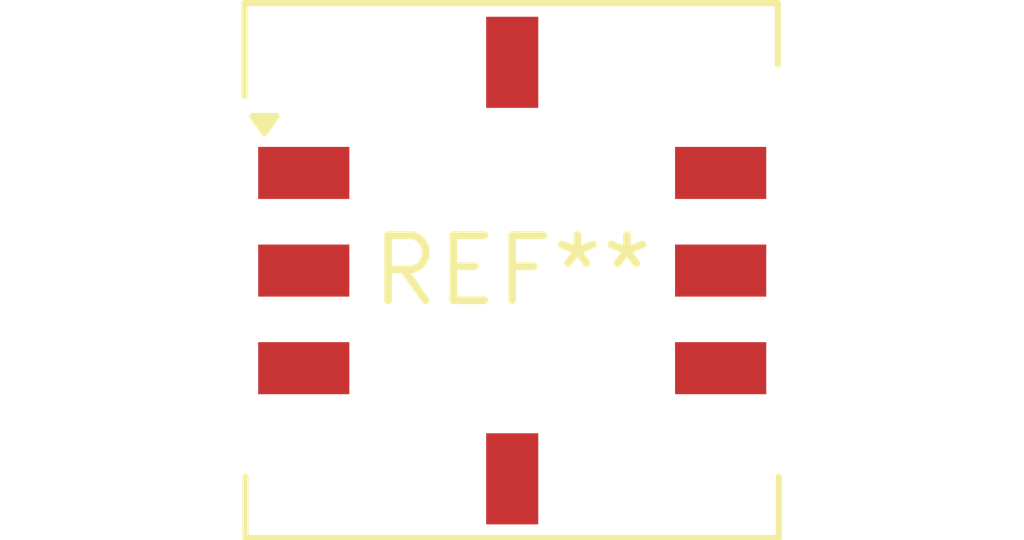
<source format=kicad_pcb>
(kicad_pcb (version 20240108) (generator pcbnew)
  (layers (0 "F.Cu" signal) (31 "B.Cu" signal) (34 "B.Paste" user) (35 "F.Paste" user) (36 "B.SilkS" user "B.Silkscreen") (37 "F.SilkS" user "F.Silkscreen") (38 "B.Mask" user) (39 "F.Mask" user) (44 "Edge.Cuts" user))
  (net 0 "")
  (footprint "Mini-Circuits_GP731" (layer "F.Cu") (at 0 0)
    (property "Reference" "REF**")
    (property "Value" "Mini-Circuits_GP731")
    (fp_line (start -5.22 -5.22) (end -5.22 -3.41) (layer "F.SilkS") (stroke (width 0.12)))
    (fp_line (start -5.22 -5.22) (end 5.18 -5.22) (layer "F.SilkS") (stroke (width 0.12)))
    (fp_line (start -5.2 4.02) (end -5.2 5.22) (layer "F.SilkS") (stroke (width 0.12)))
    (fp_line (start 5.18 -4.02) (end 5.18 -5.22) (layer "F.SilkS") (stroke (width 0.12)))
    (fp_line (start 5.2 5.22) (end -5.2 5.22) (layer "F.SilkS") (stroke (width 0.12)))
    (fp_line (start 5.2 5.22) (end 5.2 4.02) (layer "F.SilkS") (stroke (width 0.12)))
    (fp_poly (pts (xy -4.83 -2.68) (xy -5.07 -3.016) (xy -4.59 -3.016) (xy -4.83 -2.68)) (layer "F.SilkS") (stroke (width 0.12)) (fill solid))
    (pad "1" smd rect (at -4.064 -1.905 180) (size 1.778 1.016) (layers "F.Cu" "F.Paste" "F.Mask"))
    (pad "2" smd rect (at -4.064 0 180) (size 1.778 1.016) (layers "F.Cu" "F.Paste" "F.Mask"))
    (pad "3" smd rect (at -4.064 1.905 180) (size 1.778 1.016) (layers "F.Cu" "F.Paste" "F.Mask"))
    (pad "4" smd rect (at 0 4.064 270) (size 1.778 1.016) (layers "F.Cu" "F.Paste" "F.Mask"))
    (pad "5" smd rect (at 4.064 1.905) (size 1.778 1.016) (layers "F.Cu" "F.Paste" "F.Mask"))
    (pad "6" smd rect (at 4.064 0) (size 1.778 1.016) (layers "F.Cu" "F.Paste" "F.Mask"))
    (pad "7" smd rect (at 4.064 -1.905) (size 1.778 1.016) (layers "F.Cu" "F.Paste" "F.Mask"))
    (pad "8" smd rect (at 0 -4.064 270) (size 1.778 1.016) (layers "F.Cu" "F.Paste" "F.Mask"))
  )
)
</source>
